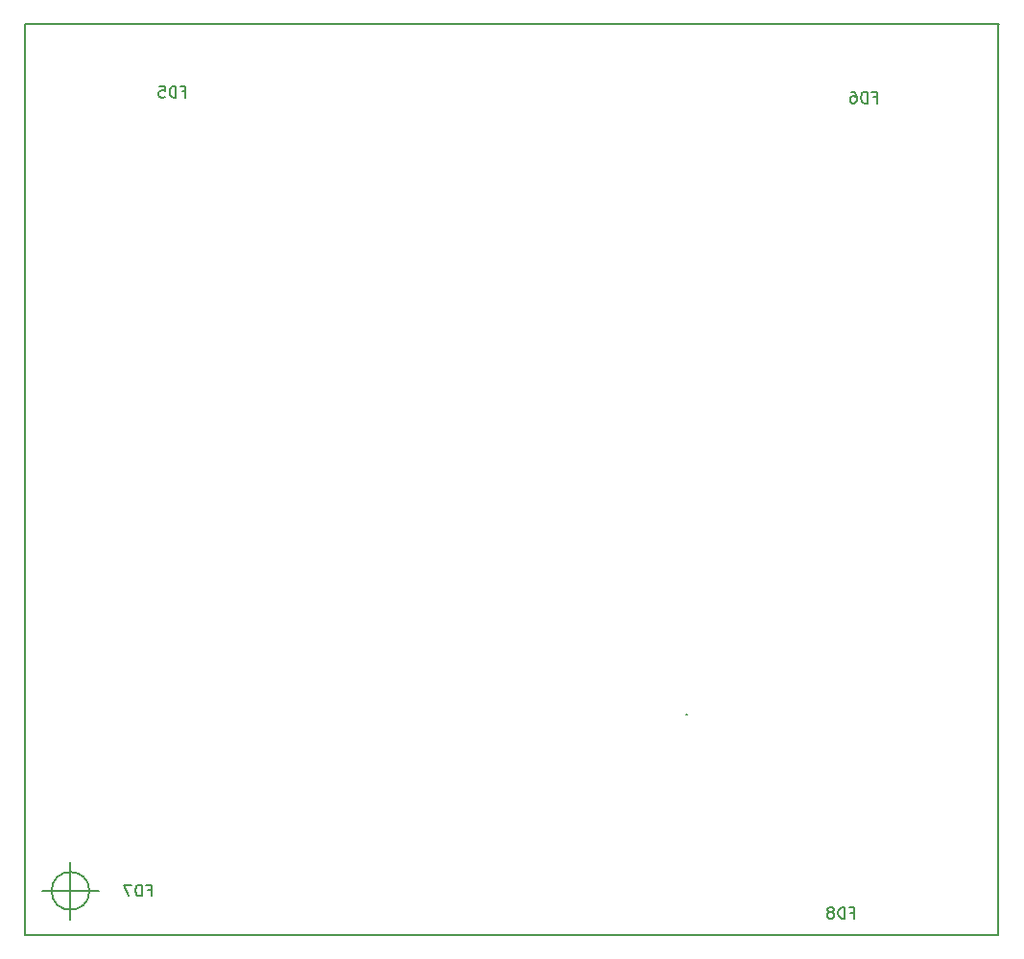
<source format=gbr>
G04 #@! TF.FileFunction,Legend,Bot*
%FSLAX46Y46*%
G04 Gerber Fmt 4.6, Leading zero omitted, Abs format (unit mm)*
G04 Created by KiCad (PCBNEW 4.0.2-stable) date 21/01/2018 10:23:35*
%MOMM*%
G01*
G04 APERTURE LIST*
%ADD10C,0.100000*%
%ADD11C,0.150000*%
%ADD12C,0.200000*%
G04 APERTURE END LIST*
D10*
D11*
X105666666Y-144500000D02*
G75*
G03X105666666Y-144500000I-1666666J0D01*
G01*
X101500000Y-144500000D02*
X106500000Y-144500000D01*
X104000000Y-142000000D02*
X104000000Y-147000000D01*
D12*
X158400000Y-128900000D02*
X158300000Y-128900000D01*
D11*
X100015000Y-67920000D02*
X185880000Y-67920000D01*
X100015000Y-67920000D02*
X100015000Y-148420000D01*
X185875000Y-148420000D02*
X185875000Y-67920000D01*
X100010000Y-148420000D02*
X185875000Y-148420000D01*
X113833333Y-73928571D02*
X114166667Y-73928571D01*
X114166667Y-74452381D02*
X114166667Y-73452381D01*
X113690476Y-73452381D01*
X113309524Y-74452381D02*
X113309524Y-73452381D01*
X113071429Y-73452381D01*
X112928571Y-73500000D01*
X112833333Y-73595238D01*
X112785714Y-73690476D01*
X112738095Y-73880952D01*
X112738095Y-74023810D01*
X112785714Y-74214286D01*
X112833333Y-74309524D01*
X112928571Y-74404762D01*
X113071429Y-74452381D01*
X113309524Y-74452381D01*
X111833333Y-73452381D02*
X112309524Y-73452381D01*
X112357143Y-73928571D01*
X112309524Y-73880952D01*
X112214286Y-73833333D01*
X111976190Y-73833333D01*
X111880952Y-73880952D01*
X111833333Y-73928571D01*
X111785714Y-74023810D01*
X111785714Y-74261905D01*
X111833333Y-74357143D01*
X111880952Y-74404762D01*
X111976190Y-74452381D01*
X112214286Y-74452381D01*
X112309524Y-74404762D01*
X112357143Y-74357143D01*
X174833333Y-74428571D02*
X175166667Y-74428571D01*
X175166667Y-74952381D02*
X175166667Y-73952381D01*
X174690476Y-73952381D01*
X174309524Y-74952381D02*
X174309524Y-73952381D01*
X174071429Y-73952381D01*
X173928571Y-74000000D01*
X173833333Y-74095238D01*
X173785714Y-74190476D01*
X173738095Y-74380952D01*
X173738095Y-74523810D01*
X173785714Y-74714286D01*
X173833333Y-74809524D01*
X173928571Y-74904762D01*
X174071429Y-74952381D01*
X174309524Y-74952381D01*
X172880952Y-73952381D02*
X173071429Y-73952381D01*
X173166667Y-74000000D01*
X173214286Y-74047619D01*
X173309524Y-74190476D01*
X173357143Y-74380952D01*
X173357143Y-74761905D01*
X173309524Y-74857143D01*
X173261905Y-74904762D01*
X173166667Y-74952381D01*
X172976190Y-74952381D01*
X172880952Y-74904762D01*
X172833333Y-74857143D01*
X172785714Y-74761905D01*
X172785714Y-74523810D01*
X172833333Y-74428571D01*
X172880952Y-74380952D01*
X172976190Y-74333333D01*
X173166667Y-74333333D01*
X173261905Y-74380952D01*
X173309524Y-74428571D01*
X173357143Y-74523810D01*
X110833333Y-144428571D02*
X111166667Y-144428571D01*
X111166667Y-144952381D02*
X111166667Y-143952381D01*
X110690476Y-143952381D01*
X110309524Y-144952381D02*
X110309524Y-143952381D01*
X110071429Y-143952381D01*
X109928571Y-144000000D01*
X109833333Y-144095238D01*
X109785714Y-144190476D01*
X109738095Y-144380952D01*
X109738095Y-144523810D01*
X109785714Y-144714286D01*
X109833333Y-144809524D01*
X109928571Y-144904762D01*
X110071429Y-144952381D01*
X110309524Y-144952381D01*
X109404762Y-143952381D02*
X108738095Y-143952381D01*
X109166667Y-144952381D01*
X172833333Y-146428571D02*
X173166667Y-146428571D01*
X173166667Y-146952381D02*
X173166667Y-145952381D01*
X172690476Y-145952381D01*
X172309524Y-146952381D02*
X172309524Y-145952381D01*
X172071429Y-145952381D01*
X171928571Y-146000000D01*
X171833333Y-146095238D01*
X171785714Y-146190476D01*
X171738095Y-146380952D01*
X171738095Y-146523810D01*
X171785714Y-146714286D01*
X171833333Y-146809524D01*
X171928571Y-146904762D01*
X172071429Y-146952381D01*
X172309524Y-146952381D01*
X171166667Y-146380952D02*
X171261905Y-146333333D01*
X171309524Y-146285714D01*
X171357143Y-146190476D01*
X171357143Y-146142857D01*
X171309524Y-146047619D01*
X171261905Y-146000000D01*
X171166667Y-145952381D01*
X170976190Y-145952381D01*
X170880952Y-146000000D01*
X170833333Y-146047619D01*
X170785714Y-146142857D01*
X170785714Y-146190476D01*
X170833333Y-146285714D01*
X170880952Y-146333333D01*
X170976190Y-146380952D01*
X171166667Y-146380952D01*
X171261905Y-146428571D01*
X171309524Y-146476190D01*
X171357143Y-146571429D01*
X171357143Y-146761905D01*
X171309524Y-146857143D01*
X171261905Y-146904762D01*
X171166667Y-146952381D01*
X170976190Y-146952381D01*
X170880952Y-146904762D01*
X170833333Y-146857143D01*
X170785714Y-146761905D01*
X170785714Y-146571429D01*
X170833333Y-146476190D01*
X170880952Y-146428571D01*
X170976190Y-146380952D01*
M02*

</source>
